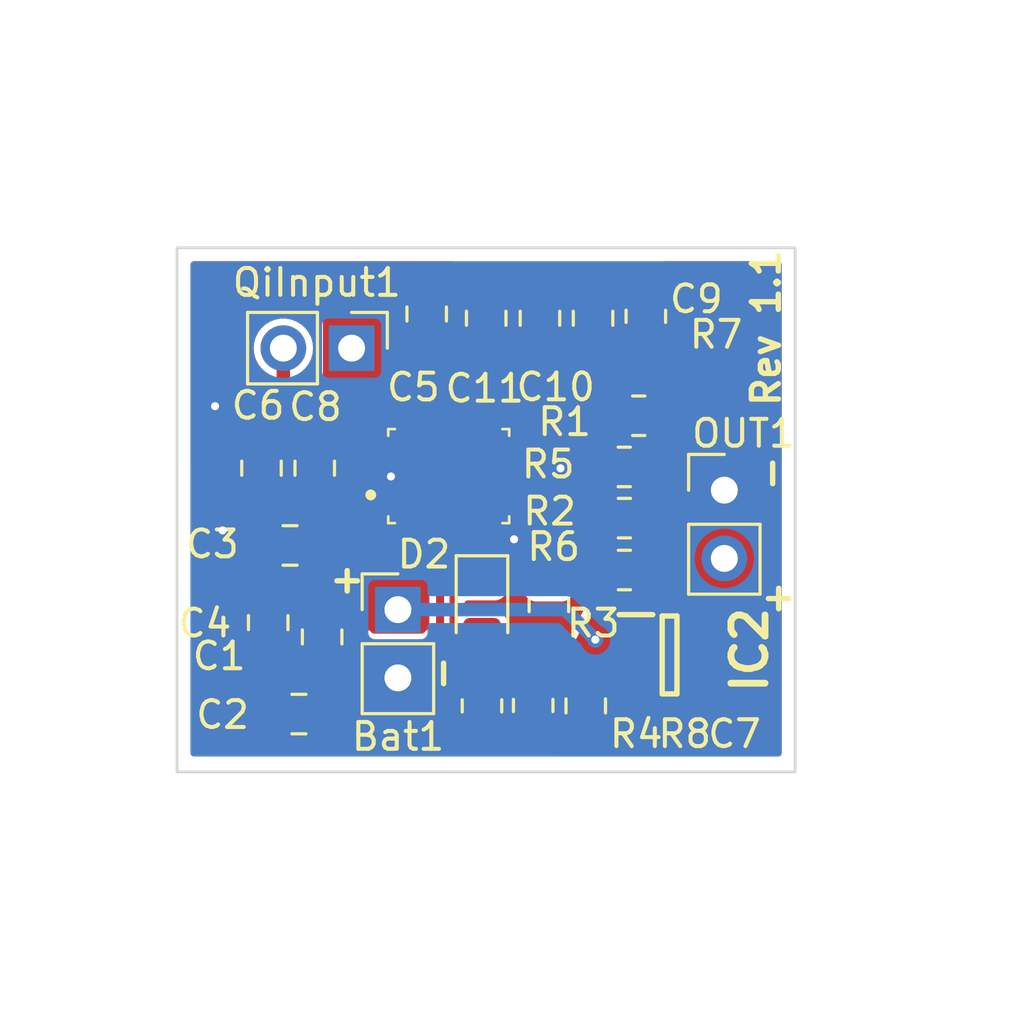
<source format=kicad_pcb>
(kicad_pcb (version 20240108) (generator "pcbnew") (generator_version "8.0")
  (title_block (title "Battery Charger Standard") (date "2025-11-05") (rev "1.1") (comment 1 "\"Adversity breeds talent\"") (comment 2 " 逆境出人才"))
  (layers (0 "F.Cu" signal) (31 "B.Cu" signal) (34 "B.Paste" user) (35 "F.Paste" user) (36 "B.SilkS" user "B.Silkscreen") (37 "F.SilkS" user "F.Silkscreen") (38 "B.Mask" user) (39 "F.Mask" user) (44 "Edge.Cuts" user))
  (net 0 "")
  (net 1 "GND")
  (net 2 "Net-(IC1-RECT)")
  (net 3 "Net-(C6-Pad2)")
  (net 4 "Net-(IC1-FOD)")
  (net 6 "Net-(IC1-ILIM)")
  (net 8 "Net-(IC2-VOUT)")
  (net 9 "Net-(D2-A)")
  (net 10 "AC1")
  (net 11 "AC2")
  (net 12 "BOOT1")
  (net 13 "CLMP2")
  (net 14 "CLMP1")
  (net 15 "BOOT2")
  (net 16 "COM1")
  (net 17 "COM2")
  (net 18 "BatOut")
  (net 19 "CHG")
  (net 20 "EN2")
  (net 21 "RXTherm")
  (net 22 "Net-(IC1-TERM)")
  (net 23 "Net-(IC2-EN)")
  (footprint "Resistor_SMD:R_0805_2012Metric_Pad1.20x1.40mm_HandSolder" (layer "F.Cu") (at 72.2376 41.2242 90)
    (property "Reference" "R4" (at -1.0414 5.7404 180) (layer "F.SilkS"))
    (property "Value" "330")
    (fp_line (start -0.227064 -0.735) (end 0.227064 -0.735) (stroke (width 0.12)) (layer "F.SilkS"))
    (fp_line (start -0.227064 0.735) (end 0.227064 0.735) (stroke (width 0.12)) (layer "F.SilkS"))
    (pad "1" smd roundrect (at -1 0 90) (size 1.2 1.4) (layers "F.Cu" "F.Paste" "F.Mask") (roundrect_rratio 0.208333) (net 18 "BatOut"))
    (pad "2" smd roundrect (at 1 0 90) (size 1.2 1.4) (layers "F.Cu" "F.Paste" "F.Mask") (roundrect_rratio 0.208333) (net 9 "Net-(D2-A)"))
  )
  (footprint "Resistor_SMD:R_0805_2012Metric_Pad1.20x1.40mm_HandSolder" (layer "F.Cu") (at 78.0702 30.4292 180)
    (property "Reference" "R1" (at 2.7592 -0.2286 0) (layer "F.SilkS"))
    (property "Value" "422")
    (fp_line (start -0.227064 0.735) (end 0.227064 0.735) (stroke (width 0.12)) (layer "F.SilkS"))
    (fp_line (start -0.227064 -0.735) (end 0.227064 -0.735) (stroke (width 0.12)) (layer "F.SilkS"))
    (pad "1" smd roundrect (at -1 0 180) (size 1.2 1.4) (layers "F.Cu" "F.Paste" "F.Mask") (roundrect_rratio 0.208333) (net 4 "Net-(IC1-FOD)"))
    (pad "2" smd roundrect (at 1 0 180) (size 1.2 1.4) (layers "F.Cu" "F.Paste" "F.Mask") (roundrect_rratio 0.208333) (net 6 "Net-(IC1-ILIM)"))
  )
  (footprint "Resistor_SMD:R_0805_2012Metric_Pad1.20x1.40mm_HandSolder" (layer "F.Cu") (at 74.7268 37.4904 90)
    (property "Reference" "R3" (at -0.6604 1.651 180) (layer "F.SilkS"))
    (property "Value" "4.22k")
    (fp_line (start -0.227064 -0.735) (end 0.227064 -0.735) (stroke (width 0.12)) (layer "F.SilkS"))
    (fp_line (start -0.227064 0.735) (end 0.227064 0.735) (stroke (width 0.12)) (layer "F.SilkS"))
    (pad "1" smd roundrect (at -1 0 90) (size 1.2 1.4) (layers "F.Cu" "F.Paste" "F.Mask") (roundrect_rratio 0.208333) (net 1 "GND"))
    (pad "2" smd roundrect (at 1 0 90) (size 1.2 1.4) (layers "F.Cu" "F.Paste" "F.Mask") (roundrect_rratio 0.208333) (net 22 "Net-(IC1-TERM)"))
  )
  (footprint "Capacitor_SMD:C_0805_2012Metric_Pad1.18x1.45mm_HandSolder" (layer "F.Cu") (at 65.0963 35.2552 180)
    (property "Reference" "C3" (at 2.8917 0.0508 0) (layer "F.SilkS"))
    (property "Value" "10nF")
    (fp_line (start -0.261252 0.735) (end 0.261252 0.735) (stroke (width 0.12)) (layer "F.SilkS"))
    (fp_line (start -0.261252 -0.735) (end 0.261252 -0.735) (stroke (width 0.12)) (layer "F.SilkS"))
    (pad "1" smd roundrect (at -1.0375 0 180) (size 1.175 1.45) (layers "F.Cu" "F.Paste" "F.Mask") (roundrect_rratio 0.212766) (net 12 "BOOT1"))
    (pad "2" smd roundrect (at 1.0375 0 180) (size 1.175 1.45) (layers "F.Cu" "F.Paste" "F.Mask") (roundrect_rratio 0.212766) (net 10 "AC1"))
  )
  (footprint "Capacitor_SMD:C_0805_2012Metric_Pad1.18x1.45mm_HandSolder" (layer "F.Cu") (at 64.0334 32.3811 90)
    (property "Reference" "C6" (at 2.3329 -0.127 180) (layer "F.SilkS"))
    (property "Value" "0.1uF")
    (fp_line (start -0.261252 -0.735) (end 0.261252 -0.735) (stroke (width 0.12)) (layer "F.SilkS"))
    (fp_line (start -0.261252 0.735) (end 0.261252 0.735) (stroke (width 0.12)) (layer "F.SilkS"))
    (pad "1" smd roundrect (at -1.0375 0 90) (size 1.175 1.45) (layers "F.Cu" "F.Paste" "F.Mask") (roundrect_rratio 0.212766) (net 10 "AC1"))
    (pad "2" smd roundrect (at 1.0375 0 90) (size 1.175 1.45) (layers "F.Cu" "F.Paste" "F.Mask") (roundrect_rratio 0.212766) (net 3 "Net-(C6-Pad2)"))
  )
  (footprint "Capacitor_SMD:C_0805_2012Metric_Pad1.18x1.45mm_HandSolder" (layer "F.Cu") (at 76.37 26.8025 -90)
    (property "Reference" "C9" (at -0.7167 -3.8432 180) (layer "F.SilkS"))
    (property "Value" "47nF")
    (fp_line (start -0.261252 0.735) (end 0.261252 0.735) (stroke (width 0.12)) (layer "F.SilkS"))
    (fp_line (start -0.261252 -0.735) (end 0.261252 -0.735) (stroke (width 0.12)) (layer "F.SilkS"))
    (pad "1" smd roundrect (at -1.0375 0 270) (size 1.175 1.45) (layers "F.Cu" "F.Paste" "F.Mask") (roundrect_rratio 0.212766) (net 11 "AC2"))
    (pad "2" smd roundrect (at 1.0375 0 270) (size 1.175 1.45) (layers "F.Cu" "F.Paste" "F.Mask") (roundrect_rratio 0.212766) (net 17 "COM2"))
  )
  (footprint "Diode_SMD:D_0805_2012Metric_Pad1.15x1.40mm_HandSolder" (layer "F.Cu") (at 72.2376 37.4994 -90)
    (property "Reference" "D2" (at -1.914 2.159 180) (layer "F.SilkS"))
    (property "Value" "LED")
    (fp_line (start -1.86 0.96) (end 1 0.96) (stroke (width 0.12)) (layer "F.SilkS"))
    (fp_line (start -1.86 -0.96) (end -1.86 0.96) (stroke (width 0.12)) (layer "F.SilkS"))
    (fp_line (start 1 -0.96) (end -1.86 -0.96) (stroke (width 0.12)) (layer "F.SilkS"))
    (pad "1" smd roundrect (at -1.025 0 270) (size 1.15 1.4) (layers "F.Cu" "F.Paste" "F.Mask") (roundrect_rratio 0.217391) (net 19 "CHG"))
    (pad "2" smd roundrect (at 1.025 0 270) (size 1.15 1.4) (layers "F.Cu" "F.Paste" "F.Mask") (roundrect_rratio 0.217391) (net 9 "Net-(D2-A)"))
  )
  (footprint "Connector_PinHeader_2.54mm:PinHeader_1x02_P2.54mm_Vertical" (layer "F.Cu") (at 69.1095 37.6428)
    (property "Reference" "Bat1" (at 0.0039 4.7244 180) (layer "F.SilkS"))
    (property "Value" "Battery_Cell")
    (fp_line (start -1.33 -1.33) (end 0 -1.33) (stroke (width 0.12)) (layer "F.SilkS"))
    (fp_line (start -1.33 0) (end -1.33 -1.33) (stroke (width 0.12)) (layer "F.SilkS"))
    (fp_line (start -1.33 1.27) (end -1.33 3.87) (stroke (width 0.12)) (layer "F.SilkS"))
    (fp_line (start -1.33 1.27) (end 1.33 1.27) (stroke (width 0.12)) (layer "F.SilkS"))
    (fp_line (start -1.33 3.87) (end 1.33 3.87) (stroke (width 0.12)) (layer "F.SilkS"))
    (fp_line (start 1.33 1.27) (end 1.33 3.87) (stroke (width 0.12)) (layer "F.SilkS"))
    (pad "1" thru_hole rect (at 0 0) (size 1.7 1.7) (drill 1) (layers "*.Cu" "*.Mask") (net 18 "BatOut"))
    (pad "2" thru_hole oval (at 0 2.54) (size 1.7 1.7) (drill 1) (layers "*.Cu" "*.Mask") (net 1 "GND"))
  )
  (footprint "Resistor_SMD:R_0805_2012Metric_Pad1.20x1.40mm_HandSolder" (layer "F.Cu") (at 77.5368 34.2392 180)
    (property "Reference" "R2" (at 2.7846 0.254 0) (layer "F.SilkS"))
    (property "Value" "200")
    (fp_line (start -0.227064 0.735) (end 0.227064 0.735) (stroke (width 0.12)) (layer "F.SilkS"))
    (fp_line (start -0.227064 -0.735) (end 0.227064 -0.735) (stroke (width 0.12)) (layer "F.SilkS"))
    (pad "1" smd roundrect (at -1 0 180) (size 1.2 1.4) (layers "F.Cu" "F.Paste" "F.Mask") (roundrect_rratio 0.208333) (net 4 "Net-(IC1-FOD)"))
    (pad "2" smd roundrect (at 1 0 180) (size 1.2 1.4) (layers "F.Cu" "F.Paste" "F.Mask") (roundrect_rratio 0.208333) (net 1 "GND"))
  )
  (footprint "Capacitor_SMD:C_0805_2012Metric_Pad1.18x1.45mm_HandSolder" (layer "F.Cu") (at 66.2901 38.6588 90)
    (property "Reference" "C1" (at -0.7112 -3.8315 180) (layer "F.SilkS"))
    (property "Value" "4.7uF")
    (fp_line (start -0.261252 -0.735) (end 0.261252 -0.735) (stroke (width 0.12)) (layer "F.SilkS"))
    (fp_line (start -0.261252 0.735) (end 0.261252 0.735) (stroke (width 0.12)) (layer "F.SilkS"))
    (pad "1" smd roundrect (at -1.0375 0 90) (size 1.175 1.45) (layers "F.Cu" "F.Paste" "F.Mask") (roundrect_rratio 0.212766) (net 1 "GND"))
    (pad "2" smd roundrect (at 1.0375 0 90) (size 1.175 1.45) (layers "F.Cu" "F.Paste" "F.Mask") (roundrect_rratio 0.212766) (net 18 "BatOut"))
  )
  (footprint "Capacitor_SMD:C_0805_2012Metric_Pad1.18x1.45mm_HandSolder" (layer "F.Cu") (at 65.4265 41.529 180)
    (property "Reference" "C2" (at 2.8409 -0.0254 0) (layer "F.SilkS"))
    (property "Value" "47nF")
    (fp_line (start -0.261252 0.735) (end 0.261252 0.735) (stroke (width 0.12)) (layer "F.SilkS"))
    (fp_line (start -0.261252 -0.735) (end 0.261252 -0.735) (stroke (width 0.12)) (layer "F.SilkS"))
    (pad "1" smd roundrect (at -1.0375 0 180) (size 1.175 1.45) (layers "F.Cu" "F.Paste" "F.Mask") (roundrect_rratio 0.212766) (net 16 "COM1"))
    (pad "2" smd roundrect (at 1.0375 0 180) (size 1.175 1.45) (layers "F.Cu" "F.Paste" "F.Mask") (roundrect_rratio 0.212766) (net 10 "AC1"))
  )
  (footprint "Capacitor_SMD:C_0805_2012Metric_Pad1.18x1.45mm_HandSolder" (layer "F.Cu") (at 76.0984 41.2242 90)
    (property "Reference" "C7" (at -1.0414 5.5372 180) (layer "F.SilkS"))
    (property "Value" "1uF")
    (fp_line (start -0.261252 -0.735) (end 0.261252 -0.735) (stroke (width 0.12)) (layer "F.SilkS"))
    (fp_line (start -0.261252 0.735) (end 0.261252 0.735) (stroke (width 0.12)) (layer "F.SilkS"))
    (pad "1" smd roundrect (at -1.0375 0 90) (size 1.175 1.45) (layers "F.Cu" "F.Paste" "F.Mask") (roundrect_rratio 0.212766) (net 1 "GND"))
    (pad "2" smd roundrect (at 1.0375 0 90) (size 1.175 1.45) (layers "F.Cu" "F.Paste" "F.Mask") (roundrect_rratio 0.212766) (net 18 "BatOut"))
  )
  (footprint "Resistor_SMD:R_0805_2012Metric_Pad1.20x1.40mm_HandSolder" (layer "F.Cu") (at 77.5302 32.3342 180)
    (property "Reference" "R5" (at 2.8288 0.1016 180) (layer "F.SilkS"))
    (property "Value" "10k")
    (fp_line (start -0.227064 0.735) (end 0.227064 0.735) (stroke (width 0.12)) (layer "F.SilkS"))
    (fp_line (start -0.227064 -0.735) (end 0.227064 -0.735) (stroke (width 0.12)) (layer "F.SilkS"))
    (pad "1" smd roundrect (at -1 0 180) (size 1.2 1.4) (layers "F.Cu" "F.Paste" "F.Mask") (roundrect_rratio 0.208333) (net 21 "RXTherm"))
    (pad "2" smd roundrect (at 1 0 180) (size 1.2 1.4) (layers "F.Cu" "F.Paste" "F.Mask") (roundrect_rratio 0.208333) (net 1 "GND"))
  )
  (footprint "ADPL40502AUJZ-3.0-R7:SOT95P280X100-5N" (layer "F.Cu") (at 79.2172 39.3294)
    (property "Reference" "IC2" (at 2.9772 -0.188 90) (layer "F.SilkS") (effects (font (size 1.27 1.27) (thickness 0.254))))
    (property "Value" "ADPL40502AUJZ-3.0-R7" (hide yes))
    (fp_line (start -1.875 -1.5) (end -0.625 -1.5) (stroke (width 0.2)) (layer "F.SilkS"))
    (fp_line (start -0.275 -1.45) (end 0.275 -1.45) (stroke (width 0.2)) (layer "F.SilkS"))
    (fp_line (start -0.275 1.45) (end -0.275 -1.45) (stroke (width 0.2)) (layer "F.SilkS"))
    (fp_line (start 0.275 -1.45) (end 0.275 1.45) (stroke (width 0.2)) (layer "F.SilkS"))
    (fp_line (start 0.275 1.45) (end -0.275 1.45) (stroke (width 0.2)) (layer "F.SilkS"))
    (pad "1" smd rect (at -1.25 -0.95 90) (size 0.6 1.25) (layers "F.Cu" "F.Paste" "F.Mask") (net 18 "BatOut"))
    (pad "2" smd rect (at -1.25 0 90) (size 0.6 1.25) (layers "F.Cu" "F.Paste" "F.Mask") (net 1 "GND"))
    (pad "3" smd rect (at -1.25 0.95 90) (size 0.6 1.25) (layers "F.Cu" "F.Paste" "F.Mask") (net 23 "Net-(IC2-EN)"))
    (pad "4" smd rect (at 1.25 0.95 90) (size 0.6 1.25) (layers "F.Cu" "F.Paste" "F.Mask"))
    (pad "5" smd rect (at 1.25 -0.95 90) (size 0.6 1.25) (layers "F.Cu" "F.Paste" "F.Mask") (net 8 "Net-(IC2-VOUT)"))
  )
  (footprint "Capacitor_SMD:C_0805_2012Metric_Pad1.18x1.45mm_HandSolder" (layer "F.Cu") (at 74.395 26.8025 -90)
    (property "Reference" "C10" (at 2.5599 -0.5858 180) (layer "F.SilkS"))
    (property "Value" "0.47uF")
    (fp_line (start -0.261252 0.735) (end 0.261252 0.735) (stroke (width 0.12)) (layer "F.SilkS"))
    (fp_line (start -0.261252 -0.735) (end 0.261252 -0.735) (stroke (width 0.12)) (layer "F.SilkS"))
    (pad "1" smd roundrect (at -1.0375 0 270) (size 1.175 1.45) (layers "F.Cu" "F.Paste" "F.Mask") (roundrect_rratio 0.212766) (net 11 "AC2"))
    (pad "2" smd roundrect (at 1.0375 0 270) (size 1.175 1.45) (layers "F.Cu" "F.Paste" "F.Mask") (roundrect_rratio 0.212766) (net 13 "CLMP2"))
  )
  (footprint "Capacitor_SMD:C_0805_2012Metric_Pad1.18x1.45mm_HandSolder" (layer "F.Cu") (at 66.0146 32.3811 90)
    (property "Reference" "C8" (at 2.2821 0.0254 180) (layer "F.SilkS"))
    (property "Value" "1000pF")
    (fp_line (start -0.261252 -0.735) (end 0.261252 -0.735) (stroke (width 0.12)) (layer "F.SilkS"))
    (fp_line (start -0.261252 0.735) (end 0.261252 0.735) (stroke (width 0.12)) (layer "F.SilkS"))
    (pad "1" smd roundrect (at -1.0375 0 90) (size 1.175 1.45) (layers "F.Cu" "F.Paste" "F.Mask") (roundrect_rratio 0.212766) (net 10 "AC1"))
    (pad "2" smd roundrect (at 1.0375 0 90) (size 1.175 1.45) (layers "F.Cu" "F.Paste" "F.Mask") (roundrect_rratio 0.212766) (net 11 "AC2"))
  )
  (footprint "Resistor_SMD:R_0805_2012Metric_Pad1.20x1.40mm_HandSolder" (layer "F.Cu") (at 78.3336 26.7302 90)
    (property "Reference" "R7" (at -0.6764 2.6162 0) (layer "F.SilkS"))
    (property "Value" "10k")
    (fp_line (start -0.227064 -0.735) (end 0.227064 -0.735) (stroke (width 0.12)) (layer "F.SilkS"))
    (fp_line (start -0.227064 0.735) (end 0.227064 0.735) (stroke (width 0.12)) (layer "F.SilkS"))
    (pad "1" smd roundrect (at -1 0 90) (size 1.2 1.4) (layers "F.Cu" "F.Paste" "F.Mask") (roundrect_rratio 0.208333) (net 4 "Net-(IC1-FOD)"))
    (pad "2" smd roundrect (at 1 0 90) (size 1.2 1.4) (layers "F.Cu" "F.Paste" "F.Mask") (roundrect_rratio 0.208333) (net 2 "Net-(IC1-RECT)"))
  )
  (footprint "Capacitor_SMD:C_0805_2012Metric_Pad1.18x1.45mm_HandSolder" (layer "F.Cu") (at 72.395 26.8025 -90)
    (property "Reference" "C11" (at 2.6107 0.0558 180) (layer "F.SilkS"))
    (property "Value" "10nF")
    (fp_line (start -0.261252 0.735) (end 0.261252 0.735) (stroke (width 0.12)) (layer "F.SilkS"))
    (fp_line (start -0.261252 -0.735) (end 0.261252 -0.735) (stroke (width 0.12)) (layer "F.SilkS"))
    (pad "1" smd roundrect (at -1.0375 0 270) (size 1.175 1.45) (layers "F.Cu" "F.Paste" "F.Mask") (roundrect_rratio 0.212766) (net 11 "AC2"))
    (pad "2" smd roundrect (at 1.0375 0 270) (size 1.175 1.45) (layers "F.Cu" "F.Paste" "F.Mask") (roundrect_rratio 0.212766) (net 15 "BOOT2"))
  )
  (footprint "Capacitor_SMD:C_0805_2012Metric_Pad1.18x1.45mm_HandSolder" (layer "F.Cu") (at 64.2835 38.1254 90)
    (property "Reference" "C4" (at -0.0254 -2.3583 0) (layer "F.SilkS"))
    (property "Value" "0.47uF")
    (fp_line (start -0.261252 -0.735) (end 0.261252 -0.735) (stroke (width 0.12)) (layer "F.SilkS"))
    (fp_line (start -0.261252 0.735) (end 0.261252 0.735) (stroke (width 0.12)) (layer "F.SilkS"))
    (pad "1" smd roundrect (at -1.0375 0 90) (size 1.175 1.45) (layers "F.Cu" "F.Paste" "F.Mask") (roundrect_rratio 0.212766) (net 14 "CLMP1"))
    (pad "2" smd roundrect (at 1.0375 0 90) (size 1.175 1.45) (layers "F.Cu" "F.Paste" "F.Mask") (roundrect_rratio 0.212766) (net 10 "AC1"))
  )
  (footprint "Capacitor_SMD:C_0805_2012Metric_Pad1.18x1.45mm_HandSolder" (layer "F.Cu") (at 70.1802 26.6446 -90)
    (property "Reference" "C5" (at 2.7253 0.4942 180) (layer "F.SilkS"))
    (property "Value" "4.7 μF")
    (fp_line (start -0.261252 0.735) (end 0.261252 0.735) (stroke (width 0.12)) (layer "F.SilkS"))
    (fp_line (start -0.261252 -0.735) (end 0.261252 -0.735) (stroke (width 0.12)) (layer "F.SilkS"))
    (pad "1" smd roundrect (at -1.0375 0 270) (size 1.175 1.45) (layers "F.Cu" "F.Paste" "F.Mask") (roundrect_rratio 0.212766) (net 1 "GND"))
    (pad "2" smd roundrect (at 1.0375 0 270) (size 1.175 1.45) (layers "F.Cu" "F.Paste" "F.Mask") (roundrect_rratio 0.212766) (net 2 "Net-(IC1-RECT)"))
  )
  (footprint "qi chips:BQ51050BRHLR" (layer "F.Cu") (at 70.625 32.675 90)
    (property "Reference" "IC1" (hide yes))
    (property "Value" "BQ51050BRHLR" (hide yes))
    (fp_line (start -0.6 -2.525) (end -0.6 -2.525) (stroke (width 0.2)) (layer "F.SilkS"))
    (fp_line (start -0.8 -2.525) (end -0.8 -2.525) (stroke (width 0.2)) (layer "F.SilkS"))
    (fp_line (start 1.75 -1.875) (end 1.75 -1.625) (stroke (width 0.1)) (layer "F.SilkS"))
    (fp_line (start 1.5 -1.875) (end 1.75 -1.875) (stroke (width 0.1)) (layer "F.SilkS"))
    (fp_line (start -1.5 -1.875) (end -1.75 -1.875) (stroke (width 0.1)) (layer "F.SilkS"))
    (fp_line (start -1.75 -1.875) (end -1.75 -1.625) (stroke (width 0.1)) (layer "F.SilkS"))
    (fp_line (start 1.75 2.375) (end 1.75 2.625) (stroke (width 0.1)) (layer "F.SilkS"))
    (fp_line (start -1.75 2.375) (end -1.75 2.625) (stroke (width 0.1)) (layer "F.SilkS"))
    (fp_line (start 1.75 2.625) (end 1.5 2.625) (stroke (width 0.1)) (layer "F.SilkS"))
    (fp_line (start -1.75 2.625) (end -1.5 2.625) (stroke (width 0.1)) (layer "F.SilkS"))
    (fp_arc (start -0.6 -2.525) (mid -0.7 -2.425) (end -0.8 -2.525) (stroke (width 0.2)) (layer "F.SilkS"))
    (fp_arc (start -0.8 -2.525) (mid -0.7 -2.625) (end -0.6 -2.525) (stroke (width 0.2)) (layer "F.SilkS"))
    (pad "1" smd rect (at -0.75 -1.775 90) (size 0.24 0.6) (layers "F.Cu" "F.Paste" "F.Mask") (net 1 "GND"))
    (pad "2" smd rect (at -1.65 -1.375 180) (size 0.24 0.6) (layers "F.Cu" "F.Paste" "F.Mask") (net 10 "AC1"))
    (pad "3" smd rect (at -1.65 -0.875 180) (size 0.24 0.6) (layers "F.Cu" "F.Paste" "F.Mask") (net 12 "BOOT1"))
    (pad "4" smd rect (at -1.65 -0.375 180) (size 0.24 0.6) (layers "F.Cu" "F.Paste" "F.Mask") (net 18 "BatOut"))
    (pad "5" smd rect (at -1.65 0.125 180) (size 0.24 0.6) (layers "F.Cu" "F.Paste" "F.Mask") (net 14 "CLMP1"))
    (pad "6" smd rect (at -1.65 0.625 180) (size 0.24 0.6) (layers "F.Cu" "F.Paste" "F.Mask") (net 16 "COM1"))
    (pad "7" smd rect (at -1.65 1.125 180) (size 0.24 0.6) (layers "F.Cu" "F.Paste" "F.Mask") (net 19 "CHG"))
    (pad "8" smd rect (at -1.65 1.625 180) (size 0.24 0.6) (layers "F.Cu" "F.Paste" "F.Mask"))
    (pad "9" smd rect (at -1.65 2.125 180) (size 0.24 0.6) (layers "F.Cu" "F.Paste" "F.Mask") (net 1 "GND"))
    (pad "10" smd rect (at -0.75 2.525 90) (size 0.24 0.6) (layers "F.Cu" "F.Paste" "F.Mask") (net 22 "Net-(IC1-TERM)"))
    (pad "11" smd rect (at 0.75 2.525 90) (size 0.24 0.6) (layers "F.Cu" "F.Paste" "F.Mask") (net 20 "EN2"))
    (pad "12" smd rect (at 1.65 2.125 180) (size 0.24 0.6) (layers "F.Cu" "F.Paste" "F.Mask") (net 6 "Net-(IC1-ILIM)"))
    (pad "13" smd rect (at 1.65 1.625 180) (size 0.24 0.6) (layers "F.Cu" "F.Paste" "F.Mask") (net 21 "RXTherm"))
    (pad "14" smd rect (at 1.65 1.125 180) (size 0.24 0.6) (layers "F.Cu" "F.Paste" "F.Mask") (net 4 "Net-(IC1-FOD)"))
    (pad "15" smd rect (at 1.65 0.625 180) (size 0.24 0.6) (layers "F.Cu" "F.Paste" "F.Mask") (net 17 "COM2"))
    (pad "16" smd rect (at 1.65 0.125 180) (size 0.24 0.6) (layers "F.Cu" "F.Paste" "F.Mask") (net 13 "CLMP2"))
    (pad "17" smd rect (at 1.65 -0.375 180) (size 0.24 0.6) (layers "F.Cu" "F.Paste" "F.Mask") (net 15 "BOOT2"))
    (pad "18" smd rect (at 1.65 -0.875 180) (size 0.24 0.6) (layers "F.Cu" "F.Paste" "F.Mask") (net 2 "Net-(IC1-RECT)"))
    (pad "19" smd rect (at 1.65 -1.375 180) (size 0.24 0.6) (layers "F.Cu" "F.Paste" "F.Mask") (net 11 "AC2"))
    (pad "20" smd rect (at 0.75 -1.775 90) (size 0.24 0.6) (layers "F.Cu" "F.Paste" "F.Mask") (net 1 "GND"))
    (pad "21" smd rect (at 0 0.375 90) (size 2.05 3.05) (layers "F.Cu" "F.Paste" "F.Mask") (net 1 "GND"))
  )
  (footprint "Connector_PinHeader_2.54mm:PinHeader_1x02_P2.54mm_Vertical" (layer "F.Cu") (at 67.3862 27.9146 -90)
    (property "Reference" "QiInput1" (at -2.4384 1.2954 180) (layer "F.SilkS"))
    (property "Value" "L")
    (fp_line (start -1.33 3.87) (end 1.33 3.87) (stroke (width 0.12)) (layer "F.SilkS"))
    (fp_line (start -1.33 1.27) (end -1.33 3.87) (stroke (width 0.12)) (layer "F.SilkS"))
    (fp_line (start -1.33 1.27) (end 1.33 1.27) (stroke (width 0.12)) (layer "F.SilkS"))
    (fp_line (start 1.33 1.27) (end 1.33 3.87) (stroke (width 0.12)) (layer "F.SilkS"))
    (fp_line (start -1.33 0) (end -1.33 -1.33) (stroke (width 0.12)) (layer "F.SilkS"))
    (fp_line (start -1.33 -1.33) (end 0 -1.33) (stroke (width 0.12)) (layer "F.SilkS"))
    (pad "1" thru_hole rect (at 0 0 270) (size 1.7 1.7) (drill 1) (layers "*.Cu" "*.Mask") (net 11 "AC2"))
    (pad "2" thru_hole oval (at 0 2.54 270) (size 1.7 1.7) (drill 1) (layers "*.Cu" "*.Mask") (net 3 "Net-(C6-Pad2)"))
  )
  (footprint "Resistor_SMD:R_0805_2012Metric_Pad1.20x1.40mm_HandSolder" (layer "F.Cu") (at 74.1426 41.2082 90)
    (property "Reference" "R8" (at -1.0574 5.6388 180) (layer "F.SilkS"))
    (property "Value" "10k")
    (fp_line (start -0.227064 -0.735) (end 0.227064 -0.735) (stroke (width 0.12)) (layer "F.SilkS"))
    (fp_line (start -0.227064 0.735) (end 0.227064 0.735) (stroke (width 0.12)) (layer "F.SilkS"))
    (pad "1" smd roundrect (at -1 0 90) (size 1.2 1.4) (layers "F.Cu" "F.Paste" "F.Mask") (roundrect_rratio 0.208333) (net 23 "Net-(IC2-EN)"))
    (pad "2" smd roundrect (at 1 0 90) (size 1.2 1.4) (layers "F.Cu" "F.Paste" "F.Mask") (roundrect_rratio 0.208333) (net 18 "BatOut"))
  )
  (footprint "Resistor_SMD:R_0805_2012Metric_Pad1.20x1.40mm_HandSolder" (layer "F.Cu") (at 77.5368 36.1696)
    (property "Reference" "R6" (at -2.6322 -0.8636 180) (layer "F.SilkS"))
    (property "Value" "10k")
    (fp_line (start -0.227064 -0.735) (end 0.227064 -0.735) (stroke (width 0.12)) (layer "F.SilkS"))
    (fp_line (start -0.227064 0.735) (end 0.227064 0.735) (stroke (width 0.12)) (layer "F.SilkS"))
    (pad "1" smd roundrect (at -1 0) (size 1.2 1.4) (layers "F.Cu" "F.Paste" "F.Mask") (roundrect_rratio 0.208333) (net 20 "EN2"))
    (pad "2" smd roundrect (at 1 0) (size 1.2 1.4) (layers "F.Cu" "F.Paste" "F.Mask") (roundrect_rratio 0.208333) (net 18 "BatOut"))
  )
  (footprint "Connector_PinHeader_2.54mm:PinHeader_1x02_P2.54mm_Vertical" (layer "F.Cu") (at 81.2546 33.1978)
    (property "Reference" "OUT1" (at 0.7112 -2.1082 0) (layer "F.SilkS"))
    (property "Value" "Conn_01x02")
    (fp_line (start -1.33 -1.33) (end 0 -1.33) (stroke (width 0.12)) (layer "F.SilkS"))
    (fp_line (start -1.33 0) (end -1.33 -1.33) (stroke (width 0.12)) (layer "F.SilkS"))
    (fp_line (start -1.33 1.27) (end -1.33 3.87) (stroke (width 0.12)) (layer "F.SilkS"))
    (fp_line (start -1.33 1.27) (end 1.33 1.27) (stroke (width 0.12)) (layer "F.SilkS"))
    (fp_line (start -1.33 3.87) (end 1.33 3.87) (stroke (width 0.12)) (layer "F.SilkS"))
    (fp_line (start 1.33 1.27) (end 1.33 3.87) (stroke (width 0.12)) (layer "F.SilkS"))
    (pad "1" thru_hole rect (at 0 0) (size 1.7 1.7) (drill 1) (layers "*.Cu" "*.Mask") (net 1 "GND"))
    (pad "2" thru_hole oval (at 0 2.54) (size 1.7 1.7) (drill 1) (layers "*.Cu" "*.Mask") (net 8 "Net-(IC2-VOUT)"))
  )
  (gr_rect (start 60.89 24.18) (end 83.89 43.68) (stroke (width 0.1)) (fill none) (layer "Edge.Cuts"))
  (gr_text "-\n" (at 83.566 33.3248 90) (layer "F.SilkS") (effects (font (size 1 1) (thickness 0.2) (bold yes)) (justify left bottom)))
  (gr_text "-\n" (at 71.3232 40.767 90) (layer "F.SilkS") (effects (font (size 1 1) (thickness 0.2) (bold yes)) (justify left bottom)))
  (gr_text "+\n" (at 82.5246 37.7444 0) (layer "F.SilkS") (effects (font (size 1 1) (thickness 0.2) (bold yes)) (justify left bottom)))
  (gr_text "+\n" (at 66.4718 37.084 0) (layer "F.SilkS") (effects (font (size 1 1) (thickness 0.2) (bold yes)) (justify left bottom)))
  (gr_text "Rev 1.1\n\n\n" (at 86.614 30.1752 90) (layer "F.SilkS") (effects (font (size 1 1) (thickness 0.2) (bold yes)) (justify left bottom)))
  (via (at 62.3062 30.0736) (size 0.6) (drill 0.3) (layers "F.Cu" "B.Cu") (net 1))
  (via (at 73.4314 35.0266) (size 0.6) (drill 0.3) (layers "F.Cu" "B.Cu") (net 1))
  (via (at 75.1586 32.385) (size 0.6) (drill 0.3) (layers "F.Cu" "B.Cu") (net 1))
  (via (at 62.5856 34.6964) (size 0.6) (drill 0.3) (layers "F.Cu" "B.Cu") (net 1))
  (via (at 68.85 32.6898) (size 0.6) (drill 0.3) (layers "F.Cu" "B.Cu") (net 1))
  (segment (start 68.85 32.6898) (end 68.6562 32.6898) (width 0.3) (layer "B.Cu") (net 1))
  (segment (start 70.395 27.4673) (end 70.395 27.7) (width 0.3) (layer "F.Cu") (net 2))
  (segment (start 69.75 31.025) (end 69.75 28.1123) (width 0.3) (layer "F.Cu") (net 2))
  (segment (start 71.542706 26.9025) (end 71.089406 27.3558) (width 0.3) (layer "F.Cu") (net 2))
  (segment (start 77.1613 26.9025) (end 71.542706 26.9025) (width 0.3) (layer "F.Cu") (net 2))
  (segment (start 78.3336 25.7302) (end 77.1613 26.9025) (width 0.3) (layer "F.Cu") (net 2))
  (segment (start 69.75 28.1123) (end 70.1802 27.6821) (width 0.3) (layer "F.Cu") (net 2))
  (segment (start 70.5065 27.3558) (end 70.395 27.4673) (width 0.3) (layer "F.Cu") (net 2))
  (segment (start 71.089406 27.3558) (end 70.5065 27.3558) (width 0.3) (layer "F.Cu") (net 2))
  (segment (start 64.8462 27.9146) (end 64.8462 30.5308) (width 0.5) (layer "F.Cu") (net 3))
  (segment (start 64.8462 30.5308) (end 64.0334 31.3436) (width 0.5) (layer "F.Cu") (net 3))
  (segment (start 75.7762 29.2775) (end 76.1745 28.8792) (width 0.3) (layer "F.Cu") (net 4))
  (segment (start 78.3336 28.6388) (end 78.3336 27.7302) (width 0.3) (layer "F.Cu") (net 4))
  (segment (start 78.0932 28.8792) (end 78.3336 28.6388) (width 0.3) (layer "F.Cu") (net 4))
  (segment (start 79.0702 30.4292) (end 79.4802 30.8392) (width 0.3) (layer "F.Cu") (net 4))
  (segment (start 74.0531 29.875) (end 74.6506 29.2775) (width 0.3) (layer "F.Cu") (net 4))
  (segment (start 72.072893 29.875) (end 74.0531 29.875) (width 0.3) (layer "F.Cu") (net 4))
  (segment (start 78.0932 28.8792) (end 79.0702 29.8562) (width 0.3) (layer "F.Cu") (net 4))
  (segment (start 74.6506 29.2775) (end 75.7762 29.2775) (width 0.3) (layer "F.Cu") (net 4))
  (segment (start 79.4802 33.2958) (end 78.5368 34.2392) (width 0.3) (layer "F.Cu") (net 4))
  (segment (start 76.1745 28.8792) (end 78.0932 28.8792) (width 0.3) (layer "F.Cu") (net 4))
  (segment (start 79.4802 30.8392) (end 79.4802 33.2958) (width 0.3) (layer "F.Cu") (net 4))
  (segment (start 71.75 31.025) (end 71.75 30.197893) (width 0.3) (layer "F.Cu") (net 4))
  (segment (start 71.75 30.197893) (end 72.072893 29.875) (width 0.3) (layer "F.Cu") (net 4))
  (segment (start 76.2806 31.025) (end 76.7494 30.5562) (width 0.3) (layer "F.Cu") (net 6))
  (segment (start 72.75 31.025) (end 76.2806 31.025) (width 0.3) (layer "F.Cu") (net 6))
  (segment (start 71.9582 39.1594) (end 71.9582 40.7068) (width 0.3) (layer "F.Cu") (net 9))
  (segment (start 71.9582 40.7068) (end 71.8472 40.8178) (width 0.3) (layer "F.Cu") (net 9))
  (segment (start 72.2376 38.88) (end 71.9582 39.1594) (width 0.3) (layer "F.Cu") (net 9))
  (segment (start 64.0588 36.8632) (end 64.2835 37.0879) (width 0.5) (layer "F.Cu") (net 10))
  (segment (start 64.0588 33.444) (end 64.0334 33.4186) (width 0.5) (layer "F.Cu") (net 10))
  (segment (start 72.395 25.765) (end 71.831678 25.765) (width 0.5) (layer "F.Cu") (net 11))
  (segment (start 71.831678 25.765) (end 70.952078 26.6446) (width 0.5) (layer "F.Cu") (net 11))
  (segment (start 70.952078 26.6446) (end 68.6562 26.6446) (width 0.5) (layer "F.Cu") (net 11))
  (segment (start 68.6562 26.6446) (end 67.3862 27.9146) (width 0.5) (layer "F.Cu") (net 11))
  (segment (start 69.350188 35.2552) (end 69.485794 35.119594) (width 0.3) (layer "F.Cu") (net 12))
  (segment (start 66.1338 35.2552) (end 69.350188 35.2552) (width 0.3) (layer "F.Cu") (net 12))
  (segment (start 69.75 34.855388) (end 69.485794 35.119594) (width 0.3) (layer "F.Cu") (net 12))
  (segment (start 69.75 34.325) (end 69.75 34.855388) (width 0.3) (layer "F.Cu") (net 12))
  (segment (start 73.4475 28.865) (end 74.385 27.9275) (width 0.3) (layer "F.Cu") (net 13))
  (segment (start 71.665 28.865) (end 73.4475 28.865) (width 0.3) (layer "F.Cu") (net 13))
  (segment (start 70.75 31.025) (end 70.75 29.78) (width 0.3) (layer "F.Cu") (net 13))
  (segment (start 70.75 29.78) (end 71.665 28.865) (width 0.3) (layer "F.Cu") (net 13))
  (segment (start 65.4789 38.7588) (end 64.897 39.3407) (width 0.3) (layer "F.Cu") (net 14))
  (segment (start 67.8255 38.7588) (end 65.4789 38.7588) (width 0.3) (layer "F.Cu") (net 14))
  (segment (start 68.0033 38.9366) (end 67.8255 38.7588) (width 0.3) (layer "F.Cu") (net 14))
  (segment (start 70.6788 38.4735) (end 70.2157 38.9366) (width 0.3) (layer "F.Cu") (net 14))
  (segment (start 70.75 34.325) (end 70.75 35.2696) (width 0.3) (layer "F.Cu") (net 14))
  (segment (start 70.75 35.2696) (end 70.6788 35.3408) (width 0.3) (layer "F.Cu") (net 14))
  (segment (start 70.2157 38.9366) (end 68.0033 38.9366) (width 0.3) (layer "F.Cu") (net 14))
  (segment (start 70.6788 35.3408) (end 70.6788 38.4735) (width 0.3) (layer "F.Cu") (net 14))
  (segment (start 72.395 27.84) (end 71.922956 27.84) (width 0.3) (layer "F.Cu") (net 15))
  (segment (start 71.922956 27.84) (end 70.25 29.512956) (width 0.3) (layer "F.Cu") (net 15))
  (segment (start 70.25 29.512956) (end 70.25 31.025) (width 0.3) (layer "F.Cu") (net 15))
  (segment (start 71.25 35.647437) (end 71.1788 35.718637) (width 0.3) (layer "F.Cu") (net 16))
  (segment (start 70.7544 41.0676) (end 70.1152 41.7068) (width 0.3) (layer "F.Cu") (net 16))
  (segment (start 71.1788 39.243) (end 70.7544 39.6674) (width 0.3) (layer "F.Cu") (net 16))
  (segment (start 70.1152 41.7068) (end 67.0775 41.7068) (width 0.3) (layer "F.Cu") (net 16))
  (segment (start 71.25 34.325) (end 71.25 35.647437) (width 0.3) (layer "F.Cu") (net 16))
  (segment (start 70.7544 39.6674) (end 70.7544 41.0676) (width 0.3) (layer "F.Cu") (net 16))
  (segment (start 71.1788 35.718637) (end 71.1788 39.243) (width 0.3) (layer "F.Cu") (net 16))
  (segment (start 74.242106 28.7775) (end 75.4325 28.7775) (width 0.3) (layer "F.Cu") (net 17))
  (segment (start 71.25 31.025) (end 71.25 29.990787) (width 0.3) (layer "F.Cu") (net 17))
  (segment (start 71.25 29.990787) (end 71.865787 29.375) (width 0.3) (layer "F.Cu") (net 17))
  (segment (start 75.4325 28.7775) (end 76.37 27.84) (width 0.3) (layer "F.Cu") (net 17))
  (segment (start 71.865787 29.375) (end 73.644606 29.375) (width 0.3) (layer "F.Cu") (net 17))
  (segment (start 73.644606 29.375) (end 74.242106 28.7775) (width 0.3) (layer "F.Cu") (net 17))
  (segment (start 69.088 37.6213) (end 69.1095 37.6428) (width 0.5) (layer "F.Cu") (net 18))
  (segment (start 70.25 35.0838) (end 69.3166 36.0172) (width 0.3) (layer "F.Cu") (net 18))
  (segment (start 78.57 35.89) (end 78.4 35.89) (width 0.5) (layer "F.Cu") (net 18))
  (segment (start 70.25 34.325) (end 70.25 35.062494) (width 0.3) (layer "F.Cu") (net 18))
  (segment (start 70.25 35.062494) (end 70.25 35.0838) (width 0.3) (layer "F.Cu") (net 18))
  (via (at 76.454 38.7604) (size 0.6) (drill 0.3) (layers "F.Cu" "B.Cu") (net 18))
  (segment (start 69.1095 37.6428) (end 75.3364 37.6428) (width 0.5) (layer "B.Cu") (net 18))
  (segment (start 75.3364 37.6428) (end 76.454 38.7604) (width 0.5) (layer "B.Cu") (net 18))
  (segment (start 71.75 36.3424) (end 72.2376 36.83) (width 0.3) (layer "F.Cu") (net 19))
  (segment (start 71.75 34.325) (end 71.75 36.3424) (width 0.3) (layer "F.Cu") (net 19))
  (segment (start 76.52 36.1122) (end 76.52 35.88) (width 0.3) (layer "F.Cu") (net 20))
  (segment (start 76.5368 36.1696) (end 75.4868 35.1196) (width 0.5) (layer "F.Cu") (net 20))
  (segment (start 75.4868 34.2618) (end 73.15 31.925) (width 0.5) (layer "F.Cu") (net 20))
  (segment (start 75.4868 35.1196) (end 75.4868 34.2618) (width 0.5) (layer "F.Cu") (net 20))
  (segment (start 76.52 35.715) (end 76.52 35.89) (width 0.3) (layer "F.Cu") (net 20))
  (segment (start 77.675656 29.3792) (end 78.0202 29.723744) (width 0.3) (layer "F.Cu") (net 21))
  (segment (start 75.385806 30.375) (end 76.381606 29.3792) (width 0.3) (layer "F.Cu") (net 21))
  (segment (start 72.4696 30.375) (end 75.385806 30.375) (width 0.3) (layer "F.Cu") (net 21))
  (segment (start 72.25 31.025) (end 72.25 30.5946) (width 0.3) (layer "F.Cu") (net 21))
  (segment (start 76.381606 29.3792) (end 77.675656 29.3792) (width 0.3) (layer "F.Cu") (net 21))
  (segment (start 72.25 30.5946) (end 72.4696 30.375) (width 0.3) (layer "F.Cu") (net 21))
  (segment (start 78.0202 29.723744) (end 78.0202 31.8242) (width 0.3) (layer "F.Cu") (net 21))
  (segment (start 78.0202 31.8242) (end 78.5302 32.3342) (width 0.3) (layer "F.Cu") (net 21))
  (segment (start 73.15 33.425) (end 74.7268 35.0018) (width 0.5) (layer "F.Cu") (net 22))
  (segment (start 74.7268 35.0018) (end 74.7268 36.4904) (width 0.5) (layer "F.Cu") (net 22))
  (segment (start 75.0266 41.3242) (end 76.9224 41.3242) (width 0.3) (layer "F.Cu") (net 23))
  (segment (start 74.1426 42.2082) (end 75.0266 41.3242) (width 0.3) (layer "F.Cu") (net 23))
  (segment (start 76.9224 41.3242) (end 77.9672 40.2794) (width 0.3) (layer "F.Cu") (net 23))
  (zone (net 8) (net_name "Net-(IC2-VOUT)") (layer "F.Cu") (priority 6) (connect_pads yes (clearance 0.25)) (min_thickness 0.25) (fill yes (thermal_gap 0.5) (thermal_bridge_width 0.5))
    (polygon (pts (xy 79.6036 34.417) (xy 79.6036 38.8874) (xy 82.6262 38.8874) (xy 82.6262 34.417)))
  )
  (zone (net 18) (net_name "BatOut") (layer "F.Cu") (priority 1) (connect_pads yes (clearance 0.25)) (min_thickness 0.25) (fill yes (thermal_gap 0.5) (thermal_bridge_width 0.5))
    (polygon (pts (xy 65.5574 38.7858) (xy 70.485 38.7858) (xy 70.485 35.6616) (xy 65.5574 35.687)))
  )
  (zone (net 10) (net_name "AC1") (layer "F.Cu") (priority 4) (connect_pads yes (clearance 0.25)) (min_thickness 0.25) (fill yes (thermal_gap 0.5) (thermal_bridge_width 0.5))
    (polygon (pts (xy 69.4182 34.8488) (xy 67.0052 34.2646) (xy 65.1002 34.2646) (xy 65.1002 38.1) (xy 63.3476 38.1) (xy 63.3476 40.5384) (xy 65.405 40.5384) (xy 65.405 42.5196) (xy 61.8744 42.4942) (xy 61.8744 32.385) (xy 67.2592 32.385) (xy 68.3514 33.8074) (xy 69.4436 33.8074) (xy 69.4436 34.8488)))
  )
  (zone (net 11) (net_name "AC2") (layer "F.Cu") (priority 2) (connect_pads yes (clearance 0.25)) (min_thickness 0.25) (fill yes (thermal_gap 0.5) (thermal_bridge_width 0.5))
    (polygon (pts (xy 66.3194 26.6192) (xy 66.3194 29.6418) (xy 65.0748 30.988) (xy 65.0748 32.131) (xy 66.9036 32.131) (xy 67.6148 31.3436) (xy 69.3674 31.3436) (xy 69.3674 26.6192)))
  )
  (zone (net 18) (net_name "BatOut") (layer "F.Cu") (priority 5) (connect_pads yes (clearance 0.25)) (min_thickness 0.25) (fill yes (thermal_gap 0.5) (thermal_bridge_width 0.5))
    (polygon (pts (xy 79.3242 37.7698) (xy 79.375 38.8366) (xy 77.0128 38.8366) (xy 77.0128 40.64) (xy 76.8096 40.9702) (xy 74.7522 40.9956) (xy 73.1774 41.402) (xy 73.1774 42.9768) (xy 71.3486 42.9768) (xy 71.3486 41.021) (xy 73.1774 41.021) (xy 73.1774 39.3954) (xy 75.3872 39.3954) (xy 76.2508 37.7698) (xy 77.724 37.7698) (xy 77.724 35.2552) (xy 79.3242 35.2552)))
  )
  (zone (net 11) (net_name "AC2") (layer "F.Cu") (priority 3) (connect_pads yes (clearance 0.25)) (min_thickness 0.25) (fill yes (thermal_gap 0.5) (thermal_bridge_width 0.5))
    (polygon (pts (xy 77.343 24.9682) (xy 77.3176 26.543) (xy 71.4502 26.543) (xy 71.4502 24.9682)))
  )
  (zone (net 1) (net_name "GND") (layers "F&B.Cu") (connect_pads yes (clearance 0.25)) (min_thickness 0.25) (fill yes (thermal_gap 0.5) (thermal_bridge_width 0.5))
    (polygon (pts (xy 83.9216 24.13) (xy 83.9526 43.1088) (xy 61.0124 43.1088) (xy 60.9858 24.1574)))
  )
)
</source>
